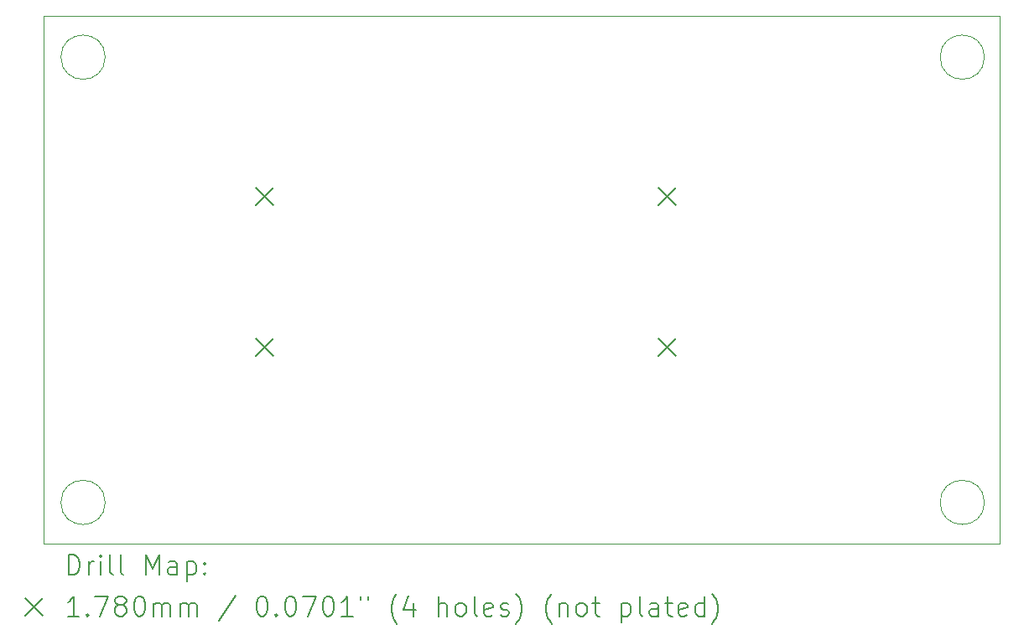
<source format=gbr>
%TF.GenerationSoftware,KiCad,Pcbnew,7.0.7*%
%TF.CreationDate,2024-05-14T17:55:08+07:00*%
%TF.ProjectId,frankii round 2,6672616e-6b69-4692-9072-6f756e642032,rev?*%
%TF.SameCoordinates,Original*%
%TF.FileFunction,Drillmap*%
%TF.FilePolarity,Positive*%
%FSLAX45Y45*%
G04 Gerber Fmt 4.5, Leading zero omitted, Abs format (unit mm)*
G04 Created by KiCad (PCBNEW 7.0.7) date 2024-05-14 17:55:08*
%MOMM*%
%LPD*%
G01*
G04 APERTURE LIST*
%ADD10C,0.100000*%
%ADD11C,0.200000*%
%ADD12C,0.178000*%
G04 APERTURE END LIST*
D10*
X13323607Y-10000000D02*
G75*
G03*
X13323607Y-10000000I-223607J0D01*
G01*
X13323607Y-5500000D02*
G75*
G03*
X13323607Y-5500000I-223607J0D01*
G01*
X22200000Y-5500000D02*
G75*
G03*
X22200000Y-5500000I-223607J0D01*
G01*
X22200000Y-10000000D02*
G75*
G03*
X22200000Y-10000000I-223607J0D01*
G01*
X12700000Y-5080000D02*
X22352000Y-5080000D01*
X22352000Y-10414000D01*
X12700000Y-10414000D01*
X12700000Y-5080000D01*
D11*
D12*
X14846200Y-6818800D02*
X15024200Y-6996800D01*
X15024200Y-6818800D02*
X14846200Y-6996800D01*
X14846200Y-8342800D02*
X15024200Y-8520800D01*
X15024200Y-8342800D02*
X14846200Y-8520800D01*
X18910200Y-6818800D02*
X19088200Y-6996800D01*
X19088200Y-6818800D02*
X18910200Y-6996800D01*
X18910200Y-8342800D02*
X19088200Y-8520800D01*
X19088200Y-8342800D02*
X18910200Y-8520800D01*
D11*
X12955777Y-10730484D02*
X12955777Y-10530484D01*
X12955777Y-10530484D02*
X13003396Y-10530484D01*
X13003396Y-10530484D02*
X13031967Y-10540008D01*
X13031967Y-10540008D02*
X13051015Y-10559055D01*
X13051015Y-10559055D02*
X13060539Y-10578103D01*
X13060539Y-10578103D02*
X13070062Y-10616198D01*
X13070062Y-10616198D02*
X13070062Y-10644770D01*
X13070062Y-10644770D02*
X13060539Y-10682865D01*
X13060539Y-10682865D02*
X13051015Y-10701912D01*
X13051015Y-10701912D02*
X13031967Y-10720960D01*
X13031967Y-10720960D02*
X13003396Y-10730484D01*
X13003396Y-10730484D02*
X12955777Y-10730484D01*
X13155777Y-10730484D02*
X13155777Y-10597150D01*
X13155777Y-10635246D02*
X13165301Y-10616198D01*
X13165301Y-10616198D02*
X13174824Y-10606674D01*
X13174824Y-10606674D02*
X13193872Y-10597150D01*
X13193872Y-10597150D02*
X13212920Y-10597150D01*
X13279586Y-10730484D02*
X13279586Y-10597150D01*
X13279586Y-10530484D02*
X13270062Y-10540008D01*
X13270062Y-10540008D02*
X13279586Y-10549531D01*
X13279586Y-10549531D02*
X13289110Y-10540008D01*
X13289110Y-10540008D02*
X13279586Y-10530484D01*
X13279586Y-10530484D02*
X13279586Y-10549531D01*
X13403396Y-10730484D02*
X13384348Y-10720960D01*
X13384348Y-10720960D02*
X13374824Y-10701912D01*
X13374824Y-10701912D02*
X13374824Y-10530484D01*
X13508158Y-10730484D02*
X13489110Y-10720960D01*
X13489110Y-10720960D02*
X13479586Y-10701912D01*
X13479586Y-10701912D02*
X13479586Y-10530484D01*
X13736729Y-10730484D02*
X13736729Y-10530484D01*
X13736729Y-10530484D02*
X13803396Y-10673341D01*
X13803396Y-10673341D02*
X13870062Y-10530484D01*
X13870062Y-10530484D02*
X13870062Y-10730484D01*
X14051015Y-10730484D02*
X14051015Y-10625722D01*
X14051015Y-10625722D02*
X14041491Y-10606674D01*
X14041491Y-10606674D02*
X14022443Y-10597150D01*
X14022443Y-10597150D02*
X13984348Y-10597150D01*
X13984348Y-10597150D02*
X13965301Y-10606674D01*
X14051015Y-10720960D02*
X14031967Y-10730484D01*
X14031967Y-10730484D02*
X13984348Y-10730484D01*
X13984348Y-10730484D02*
X13965301Y-10720960D01*
X13965301Y-10720960D02*
X13955777Y-10701912D01*
X13955777Y-10701912D02*
X13955777Y-10682865D01*
X13955777Y-10682865D02*
X13965301Y-10663817D01*
X13965301Y-10663817D02*
X13984348Y-10654293D01*
X13984348Y-10654293D02*
X14031967Y-10654293D01*
X14031967Y-10654293D02*
X14051015Y-10644770D01*
X14146253Y-10597150D02*
X14146253Y-10797150D01*
X14146253Y-10606674D02*
X14165301Y-10597150D01*
X14165301Y-10597150D02*
X14203396Y-10597150D01*
X14203396Y-10597150D02*
X14222443Y-10606674D01*
X14222443Y-10606674D02*
X14231967Y-10616198D01*
X14231967Y-10616198D02*
X14241491Y-10635246D01*
X14241491Y-10635246D02*
X14241491Y-10692389D01*
X14241491Y-10692389D02*
X14231967Y-10711436D01*
X14231967Y-10711436D02*
X14222443Y-10720960D01*
X14222443Y-10720960D02*
X14203396Y-10730484D01*
X14203396Y-10730484D02*
X14165301Y-10730484D01*
X14165301Y-10730484D02*
X14146253Y-10720960D01*
X14327205Y-10711436D02*
X14336729Y-10720960D01*
X14336729Y-10720960D02*
X14327205Y-10730484D01*
X14327205Y-10730484D02*
X14317682Y-10720960D01*
X14317682Y-10720960D02*
X14327205Y-10711436D01*
X14327205Y-10711436D02*
X14327205Y-10730484D01*
X14327205Y-10606674D02*
X14336729Y-10616198D01*
X14336729Y-10616198D02*
X14327205Y-10625722D01*
X14327205Y-10625722D02*
X14317682Y-10616198D01*
X14317682Y-10616198D02*
X14327205Y-10606674D01*
X14327205Y-10606674D02*
X14327205Y-10625722D01*
D12*
X12517000Y-10970000D02*
X12695000Y-11148000D01*
X12695000Y-10970000D02*
X12517000Y-11148000D01*
D11*
X13060539Y-11150484D02*
X12946253Y-11150484D01*
X13003396Y-11150484D02*
X13003396Y-10950484D01*
X13003396Y-10950484D02*
X12984348Y-10979055D01*
X12984348Y-10979055D02*
X12965301Y-10998103D01*
X12965301Y-10998103D02*
X12946253Y-11007627D01*
X13146253Y-11131436D02*
X13155777Y-11140960D01*
X13155777Y-11140960D02*
X13146253Y-11150484D01*
X13146253Y-11150484D02*
X13136729Y-11140960D01*
X13136729Y-11140960D02*
X13146253Y-11131436D01*
X13146253Y-11131436D02*
X13146253Y-11150484D01*
X13222443Y-10950484D02*
X13355777Y-10950484D01*
X13355777Y-10950484D02*
X13270062Y-11150484D01*
X13460539Y-11036198D02*
X13441491Y-11026674D01*
X13441491Y-11026674D02*
X13431967Y-11017150D01*
X13431967Y-11017150D02*
X13422443Y-10998103D01*
X13422443Y-10998103D02*
X13422443Y-10988579D01*
X13422443Y-10988579D02*
X13431967Y-10969531D01*
X13431967Y-10969531D02*
X13441491Y-10960008D01*
X13441491Y-10960008D02*
X13460539Y-10950484D01*
X13460539Y-10950484D02*
X13498634Y-10950484D01*
X13498634Y-10950484D02*
X13517682Y-10960008D01*
X13517682Y-10960008D02*
X13527205Y-10969531D01*
X13527205Y-10969531D02*
X13536729Y-10988579D01*
X13536729Y-10988579D02*
X13536729Y-10998103D01*
X13536729Y-10998103D02*
X13527205Y-11017150D01*
X13527205Y-11017150D02*
X13517682Y-11026674D01*
X13517682Y-11026674D02*
X13498634Y-11036198D01*
X13498634Y-11036198D02*
X13460539Y-11036198D01*
X13460539Y-11036198D02*
X13441491Y-11045722D01*
X13441491Y-11045722D02*
X13431967Y-11055246D01*
X13431967Y-11055246D02*
X13422443Y-11074293D01*
X13422443Y-11074293D02*
X13422443Y-11112389D01*
X13422443Y-11112389D02*
X13431967Y-11131436D01*
X13431967Y-11131436D02*
X13441491Y-11140960D01*
X13441491Y-11140960D02*
X13460539Y-11150484D01*
X13460539Y-11150484D02*
X13498634Y-11150484D01*
X13498634Y-11150484D02*
X13517682Y-11140960D01*
X13517682Y-11140960D02*
X13527205Y-11131436D01*
X13527205Y-11131436D02*
X13536729Y-11112389D01*
X13536729Y-11112389D02*
X13536729Y-11074293D01*
X13536729Y-11074293D02*
X13527205Y-11055246D01*
X13527205Y-11055246D02*
X13517682Y-11045722D01*
X13517682Y-11045722D02*
X13498634Y-11036198D01*
X13660539Y-10950484D02*
X13679586Y-10950484D01*
X13679586Y-10950484D02*
X13698634Y-10960008D01*
X13698634Y-10960008D02*
X13708158Y-10969531D01*
X13708158Y-10969531D02*
X13717682Y-10988579D01*
X13717682Y-10988579D02*
X13727205Y-11026674D01*
X13727205Y-11026674D02*
X13727205Y-11074293D01*
X13727205Y-11074293D02*
X13717682Y-11112389D01*
X13717682Y-11112389D02*
X13708158Y-11131436D01*
X13708158Y-11131436D02*
X13698634Y-11140960D01*
X13698634Y-11140960D02*
X13679586Y-11150484D01*
X13679586Y-11150484D02*
X13660539Y-11150484D01*
X13660539Y-11150484D02*
X13641491Y-11140960D01*
X13641491Y-11140960D02*
X13631967Y-11131436D01*
X13631967Y-11131436D02*
X13622443Y-11112389D01*
X13622443Y-11112389D02*
X13612920Y-11074293D01*
X13612920Y-11074293D02*
X13612920Y-11026674D01*
X13612920Y-11026674D02*
X13622443Y-10988579D01*
X13622443Y-10988579D02*
X13631967Y-10969531D01*
X13631967Y-10969531D02*
X13641491Y-10960008D01*
X13641491Y-10960008D02*
X13660539Y-10950484D01*
X13812920Y-11150484D02*
X13812920Y-11017150D01*
X13812920Y-11036198D02*
X13822443Y-11026674D01*
X13822443Y-11026674D02*
X13841491Y-11017150D01*
X13841491Y-11017150D02*
X13870063Y-11017150D01*
X13870063Y-11017150D02*
X13889110Y-11026674D01*
X13889110Y-11026674D02*
X13898634Y-11045722D01*
X13898634Y-11045722D02*
X13898634Y-11150484D01*
X13898634Y-11045722D02*
X13908158Y-11026674D01*
X13908158Y-11026674D02*
X13927205Y-11017150D01*
X13927205Y-11017150D02*
X13955777Y-11017150D01*
X13955777Y-11017150D02*
X13974824Y-11026674D01*
X13974824Y-11026674D02*
X13984348Y-11045722D01*
X13984348Y-11045722D02*
X13984348Y-11150484D01*
X14079586Y-11150484D02*
X14079586Y-11017150D01*
X14079586Y-11036198D02*
X14089110Y-11026674D01*
X14089110Y-11026674D02*
X14108158Y-11017150D01*
X14108158Y-11017150D02*
X14136729Y-11017150D01*
X14136729Y-11017150D02*
X14155777Y-11026674D01*
X14155777Y-11026674D02*
X14165301Y-11045722D01*
X14165301Y-11045722D02*
X14165301Y-11150484D01*
X14165301Y-11045722D02*
X14174824Y-11026674D01*
X14174824Y-11026674D02*
X14193872Y-11017150D01*
X14193872Y-11017150D02*
X14222443Y-11017150D01*
X14222443Y-11017150D02*
X14241491Y-11026674D01*
X14241491Y-11026674D02*
X14251015Y-11045722D01*
X14251015Y-11045722D02*
X14251015Y-11150484D01*
X14641491Y-10940960D02*
X14470063Y-11198103D01*
X14898634Y-10950484D02*
X14917682Y-10950484D01*
X14917682Y-10950484D02*
X14936729Y-10960008D01*
X14936729Y-10960008D02*
X14946253Y-10969531D01*
X14946253Y-10969531D02*
X14955777Y-10988579D01*
X14955777Y-10988579D02*
X14965301Y-11026674D01*
X14965301Y-11026674D02*
X14965301Y-11074293D01*
X14965301Y-11074293D02*
X14955777Y-11112389D01*
X14955777Y-11112389D02*
X14946253Y-11131436D01*
X14946253Y-11131436D02*
X14936729Y-11140960D01*
X14936729Y-11140960D02*
X14917682Y-11150484D01*
X14917682Y-11150484D02*
X14898634Y-11150484D01*
X14898634Y-11150484D02*
X14879586Y-11140960D01*
X14879586Y-11140960D02*
X14870063Y-11131436D01*
X14870063Y-11131436D02*
X14860539Y-11112389D01*
X14860539Y-11112389D02*
X14851015Y-11074293D01*
X14851015Y-11074293D02*
X14851015Y-11026674D01*
X14851015Y-11026674D02*
X14860539Y-10988579D01*
X14860539Y-10988579D02*
X14870063Y-10969531D01*
X14870063Y-10969531D02*
X14879586Y-10960008D01*
X14879586Y-10960008D02*
X14898634Y-10950484D01*
X15051015Y-11131436D02*
X15060539Y-11140960D01*
X15060539Y-11140960D02*
X15051015Y-11150484D01*
X15051015Y-11150484D02*
X15041491Y-11140960D01*
X15041491Y-11140960D02*
X15051015Y-11131436D01*
X15051015Y-11131436D02*
X15051015Y-11150484D01*
X15184348Y-10950484D02*
X15203396Y-10950484D01*
X15203396Y-10950484D02*
X15222444Y-10960008D01*
X15222444Y-10960008D02*
X15231967Y-10969531D01*
X15231967Y-10969531D02*
X15241491Y-10988579D01*
X15241491Y-10988579D02*
X15251015Y-11026674D01*
X15251015Y-11026674D02*
X15251015Y-11074293D01*
X15251015Y-11074293D02*
X15241491Y-11112389D01*
X15241491Y-11112389D02*
X15231967Y-11131436D01*
X15231967Y-11131436D02*
X15222444Y-11140960D01*
X15222444Y-11140960D02*
X15203396Y-11150484D01*
X15203396Y-11150484D02*
X15184348Y-11150484D01*
X15184348Y-11150484D02*
X15165301Y-11140960D01*
X15165301Y-11140960D02*
X15155777Y-11131436D01*
X15155777Y-11131436D02*
X15146253Y-11112389D01*
X15146253Y-11112389D02*
X15136729Y-11074293D01*
X15136729Y-11074293D02*
X15136729Y-11026674D01*
X15136729Y-11026674D02*
X15146253Y-10988579D01*
X15146253Y-10988579D02*
X15155777Y-10969531D01*
X15155777Y-10969531D02*
X15165301Y-10960008D01*
X15165301Y-10960008D02*
X15184348Y-10950484D01*
X15317682Y-10950484D02*
X15451015Y-10950484D01*
X15451015Y-10950484D02*
X15365301Y-11150484D01*
X15565301Y-10950484D02*
X15584348Y-10950484D01*
X15584348Y-10950484D02*
X15603396Y-10960008D01*
X15603396Y-10960008D02*
X15612920Y-10969531D01*
X15612920Y-10969531D02*
X15622444Y-10988579D01*
X15622444Y-10988579D02*
X15631967Y-11026674D01*
X15631967Y-11026674D02*
X15631967Y-11074293D01*
X15631967Y-11074293D02*
X15622444Y-11112389D01*
X15622444Y-11112389D02*
X15612920Y-11131436D01*
X15612920Y-11131436D02*
X15603396Y-11140960D01*
X15603396Y-11140960D02*
X15584348Y-11150484D01*
X15584348Y-11150484D02*
X15565301Y-11150484D01*
X15565301Y-11150484D02*
X15546253Y-11140960D01*
X15546253Y-11140960D02*
X15536729Y-11131436D01*
X15536729Y-11131436D02*
X15527206Y-11112389D01*
X15527206Y-11112389D02*
X15517682Y-11074293D01*
X15517682Y-11074293D02*
X15517682Y-11026674D01*
X15517682Y-11026674D02*
X15527206Y-10988579D01*
X15527206Y-10988579D02*
X15536729Y-10969531D01*
X15536729Y-10969531D02*
X15546253Y-10960008D01*
X15546253Y-10960008D02*
X15565301Y-10950484D01*
X15822444Y-11150484D02*
X15708158Y-11150484D01*
X15765301Y-11150484D02*
X15765301Y-10950484D01*
X15765301Y-10950484D02*
X15746253Y-10979055D01*
X15746253Y-10979055D02*
X15727206Y-10998103D01*
X15727206Y-10998103D02*
X15708158Y-11007627D01*
X15898634Y-10950484D02*
X15898634Y-10988579D01*
X15974825Y-10950484D02*
X15974825Y-10988579D01*
X16270063Y-11226674D02*
X16260539Y-11217150D01*
X16260539Y-11217150D02*
X16241491Y-11188579D01*
X16241491Y-11188579D02*
X16231968Y-11169531D01*
X16231968Y-11169531D02*
X16222444Y-11140960D01*
X16222444Y-11140960D02*
X16212920Y-11093341D01*
X16212920Y-11093341D02*
X16212920Y-11055246D01*
X16212920Y-11055246D02*
X16222444Y-11007627D01*
X16222444Y-11007627D02*
X16231968Y-10979055D01*
X16231968Y-10979055D02*
X16241491Y-10960008D01*
X16241491Y-10960008D02*
X16260539Y-10931436D01*
X16260539Y-10931436D02*
X16270063Y-10921912D01*
X16431968Y-11017150D02*
X16431968Y-11150484D01*
X16384348Y-10940960D02*
X16336729Y-11083817D01*
X16336729Y-11083817D02*
X16460539Y-11083817D01*
X16689110Y-11150484D02*
X16689110Y-10950484D01*
X16774825Y-11150484D02*
X16774825Y-11045722D01*
X16774825Y-11045722D02*
X16765301Y-11026674D01*
X16765301Y-11026674D02*
X16746253Y-11017150D01*
X16746253Y-11017150D02*
X16717682Y-11017150D01*
X16717682Y-11017150D02*
X16698634Y-11026674D01*
X16698634Y-11026674D02*
X16689110Y-11036198D01*
X16898634Y-11150484D02*
X16879587Y-11140960D01*
X16879587Y-11140960D02*
X16870063Y-11131436D01*
X16870063Y-11131436D02*
X16860539Y-11112389D01*
X16860539Y-11112389D02*
X16860539Y-11055246D01*
X16860539Y-11055246D02*
X16870063Y-11036198D01*
X16870063Y-11036198D02*
X16879587Y-11026674D01*
X16879587Y-11026674D02*
X16898634Y-11017150D01*
X16898634Y-11017150D02*
X16927206Y-11017150D01*
X16927206Y-11017150D02*
X16946253Y-11026674D01*
X16946253Y-11026674D02*
X16955777Y-11036198D01*
X16955777Y-11036198D02*
X16965301Y-11055246D01*
X16965301Y-11055246D02*
X16965301Y-11112389D01*
X16965301Y-11112389D02*
X16955777Y-11131436D01*
X16955777Y-11131436D02*
X16946253Y-11140960D01*
X16946253Y-11140960D02*
X16927206Y-11150484D01*
X16927206Y-11150484D02*
X16898634Y-11150484D01*
X17079587Y-11150484D02*
X17060539Y-11140960D01*
X17060539Y-11140960D02*
X17051015Y-11121912D01*
X17051015Y-11121912D02*
X17051015Y-10950484D01*
X17231968Y-11140960D02*
X17212920Y-11150484D01*
X17212920Y-11150484D02*
X17174825Y-11150484D01*
X17174825Y-11150484D02*
X17155777Y-11140960D01*
X17155777Y-11140960D02*
X17146253Y-11121912D01*
X17146253Y-11121912D02*
X17146253Y-11045722D01*
X17146253Y-11045722D02*
X17155777Y-11026674D01*
X17155777Y-11026674D02*
X17174825Y-11017150D01*
X17174825Y-11017150D02*
X17212920Y-11017150D01*
X17212920Y-11017150D02*
X17231968Y-11026674D01*
X17231968Y-11026674D02*
X17241492Y-11045722D01*
X17241492Y-11045722D02*
X17241492Y-11064770D01*
X17241492Y-11064770D02*
X17146253Y-11083817D01*
X17317682Y-11140960D02*
X17336730Y-11150484D01*
X17336730Y-11150484D02*
X17374825Y-11150484D01*
X17374825Y-11150484D02*
X17393873Y-11140960D01*
X17393873Y-11140960D02*
X17403396Y-11121912D01*
X17403396Y-11121912D02*
X17403396Y-11112389D01*
X17403396Y-11112389D02*
X17393873Y-11093341D01*
X17393873Y-11093341D02*
X17374825Y-11083817D01*
X17374825Y-11083817D02*
X17346253Y-11083817D01*
X17346253Y-11083817D02*
X17327206Y-11074293D01*
X17327206Y-11074293D02*
X17317682Y-11055246D01*
X17317682Y-11055246D02*
X17317682Y-11045722D01*
X17317682Y-11045722D02*
X17327206Y-11026674D01*
X17327206Y-11026674D02*
X17346253Y-11017150D01*
X17346253Y-11017150D02*
X17374825Y-11017150D01*
X17374825Y-11017150D02*
X17393873Y-11026674D01*
X17470063Y-11226674D02*
X17479587Y-11217150D01*
X17479587Y-11217150D02*
X17498634Y-11188579D01*
X17498634Y-11188579D02*
X17508158Y-11169531D01*
X17508158Y-11169531D02*
X17517682Y-11140960D01*
X17517682Y-11140960D02*
X17527206Y-11093341D01*
X17527206Y-11093341D02*
X17527206Y-11055246D01*
X17527206Y-11055246D02*
X17517682Y-11007627D01*
X17517682Y-11007627D02*
X17508158Y-10979055D01*
X17508158Y-10979055D02*
X17498634Y-10960008D01*
X17498634Y-10960008D02*
X17479587Y-10931436D01*
X17479587Y-10931436D02*
X17470063Y-10921912D01*
X17831968Y-11226674D02*
X17822444Y-11217150D01*
X17822444Y-11217150D02*
X17803396Y-11188579D01*
X17803396Y-11188579D02*
X17793873Y-11169531D01*
X17793873Y-11169531D02*
X17784349Y-11140960D01*
X17784349Y-11140960D02*
X17774825Y-11093341D01*
X17774825Y-11093341D02*
X17774825Y-11055246D01*
X17774825Y-11055246D02*
X17784349Y-11007627D01*
X17784349Y-11007627D02*
X17793873Y-10979055D01*
X17793873Y-10979055D02*
X17803396Y-10960008D01*
X17803396Y-10960008D02*
X17822444Y-10931436D01*
X17822444Y-10931436D02*
X17831968Y-10921912D01*
X17908158Y-11017150D02*
X17908158Y-11150484D01*
X17908158Y-11036198D02*
X17917682Y-11026674D01*
X17917682Y-11026674D02*
X17936730Y-11017150D01*
X17936730Y-11017150D02*
X17965301Y-11017150D01*
X17965301Y-11017150D02*
X17984349Y-11026674D01*
X17984349Y-11026674D02*
X17993873Y-11045722D01*
X17993873Y-11045722D02*
X17993873Y-11150484D01*
X18117682Y-11150484D02*
X18098634Y-11140960D01*
X18098634Y-11140960D02*
X18089111Y-11131436D01*
X18089111Y-11131436D02*
X18079587Y-11112389D01*
X18079587Y-11112389D02*
X18079587Y-11055246D01*
X18079587Y-11055246D02*
X18089111Y-11036198D01*
X18089111Y-11036198D02*
X18098634Y-11026674D01*
X18098634Y-11026674D02*
X18117682Y-11017150D01*
X18117682Y-11017150D02*
X18146254Y-11017150D01*
X18146254Y-11017150D02*
X18165301Y-11026674D01*
X18165301Y-11026674D02*
X18174825Y-11036198D01*
X18174825Y-11036198D02*
X18184349Y-11055246D01*
X18184349Y-11055246D02*
X18184349Y-11112389D01*
X18184349Y-11112389D02*
X18174825Y-11131436D01*
X18174825Y-11131436D02*
X18165301Y-11140960D01*
X18165301Y-11140960D02*
X18146254Y-11150484D01*
X18146254Y-11150484D02*
X18117682Y-11150484D01*
X18241492Y-11017150D02*
X18317682Y-11017150D01*
X18270063Y-10950484D02*
X18270063Y-11121912D01*
X18270063Y-11121912D02*
X18279587Y-11140960D01*
X18279587Y-11140960D02*
X18298634Y-11150484D01*
X18298634Y-11150484D02*
X18317682Y-11150484D01*
X18536730Y-11017150D02*
X18536730Y-11217150D01*
X18536730Y-11026674D02*
X18555777Y-11017150D01*
X18555777Y-11017150D02*
X18593873Y-11017150D01*
X18593873Y-11017150D02*
X18612920Y-11026674D01*
X18612920Y-11026674D02*
X18622444Y-11036198D01*
X18622444Y-11036198D02*
X18631968Y-11055246D01*
X18631968Y-11055246D02*
X18631968Y-11112389D01*
X18631968Y-11112389D02*
X18622444Y-11131436D01*
X18622444Y-11131436D02*
X18612920Y-11140960D01*
X18612920Y-11140960D02*
X18593873Y-11150484D01*
X18593873Y-11150484D02*
X18555777Y-11150484D01*
X18555777Y-11150484D02*
X18536730Y-11140960D01*
X18746254Y-11150484D02*
X18727206Y-11140960D01*
X18727206Y-11140960D02*
X18717682Y-11121912D01*
X18717682Y-11121912D02*
X18717682Y-10950484D01*
X18908158Y-11150484D02*
X18908158Y-11045722D01*
X18908158Y-11045722D02*
X18898635Y-11026674D01*
X18898635Y-11026674D02*
X18879587Y-11017150D01*
X18879587Y-11017150D02*
X18841492Y-11017150D01*
X18841492Y-11017150D02*
X18822444Y-11026674D01*
X18908158Y-11140960D02*
X18889111Y-11150484D01*
X18889111Y-11150484D02*
X18841492Y-11150484D01*
X18841492Y-11150484D02*
X18822444Y-11140960D01*
X18822444Y-11140960D02*
X18812920Y-11121912D01*
X18812920Y-11121912D02*
X18812920Y-11102865D01*
X18812920Y-11102865D02*
X18822444Y-11083817D01*
X18822444Y-11083817D02*
X18841492Y-11074293D01*
X18841492Y-11074293D02*
X18889111Y-11074293D01*
X18889111Y-11074293D02*
X18908158Y-11064770D01*
X18974825Y-11017150D02*
X19051015Y-11017150D01*
X19003396Y-10950484D02*
X19003396Y-11121912D01*
X19003396Y-11121912D02*
X19012920Y-11140960D01*
X19012920Y-11140960D02*
X19031968Y-11150484D01*
X19031968Y-11150484D02*
X19051015Y-11150484D01*
X19193873Y-11140960D02*
X19174825Y-11150484D01*
X19174825Y-11150484D02*
X19136730Y-11150484D01*
X19136730Y-11150484D02*
X19117682Y-11140960D01*
X19117682Y-11140960D02*
X19108158Y-11121912D01*
X19108158Y-11121912D02*
X19108158Y-11045722D01*
X19108158Y-11045722D02*
X19117682Y-11026674D01*
X19117682Y-11026674D02*
X19136730Y-11017150D01*
X19136730Y-11017150D02*
X19174825Y-11017150D01*
X19174825Y-11017150D02*
X19193873Y-11026674D01*
X19193873Y-11026674D02*
X19203396Y-11045722D01*
X19203396Y-11045722D02*
X19203396Y-11064770D01*
X19203396Y-11064770D02*
X19108158Y-11083817D01*
X19374825Y-11150484D02*
X19374825Y-10950484D01*
X19374825Y-11140960D02*
X19355777Y-11150484D01*
X19355777Y-11150484D02*
X19317682Y-11150484D01*
X19317682Y-11150484D02*
X19298635Y-11140960D01*
X19298635Y-11140960D02*
X19289111Y-11131436D01*
X19289111Y-11131436D02*
X19279587Y-11112389D01*
X19279587Y-11112389D02*
X19279587Y-11055246D01*
X19279587Y-11055246D02*
X19289111Y-11036198D01*
X19289111Y-11036198D02*
X19298635Y-11026674D01*
X19298635Y-11026674D02*
X19317682Y-11017150D01*
X19317682Y-11017150D02*
X19355777Y-11017150D01*
X19355777Y-11017150D02*
X19374825Y-11026674D01*
X19451016Y-11226674D02*
X19460539Y-11217150D01*
X19460539Y-11217150D02*
X19479587Y-11188579D01*
X19479587Y-11188579D02*
X19489111Y-11169531D01*
X19489111Y-11169531D02*
X19498635Y-11140960D01*
X19498635Y-11140960D02*
X19508158Y-11093341D01*
X19508158Y-11093341D02*
X19508158Y-11055246D01*
X19508158Y-11055246D02*
X19498635Y-11007627D01*
X19498635Y-11007627D02*
X19489111Y-10979055D01*
X19489111Y-10979055D02*
X19479587Y-10960008D01*
X19479587Y-10960008D02*
X19460539Y-10931436D01*
X19460539Y-10931436D02*
X19451016Y-10921912D01*
M02*

</source>
